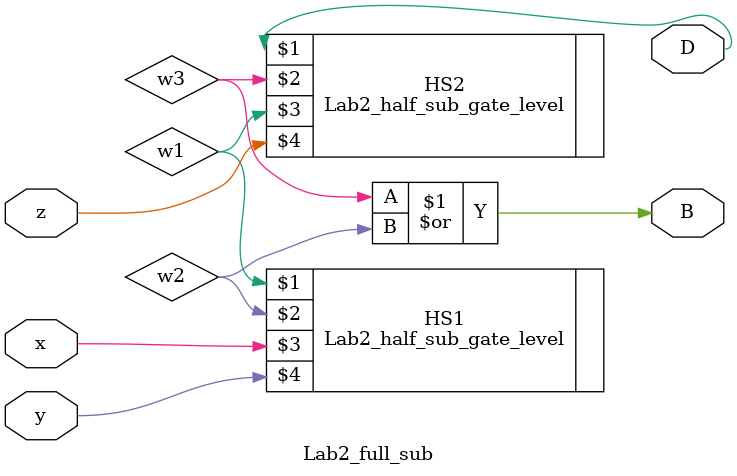
<source format=v>
module Lab2_full_sub(output D, B, input x, y, z);
	wire w1,w2,w3;
	
	Lab2_half_sub_gate_level HS1(w1,w2,x,y);
	Lab2_half_sub_gate_level HS2(D,w3,w1,z);
	or (B,w3,w2);

endmodule 
</source>
